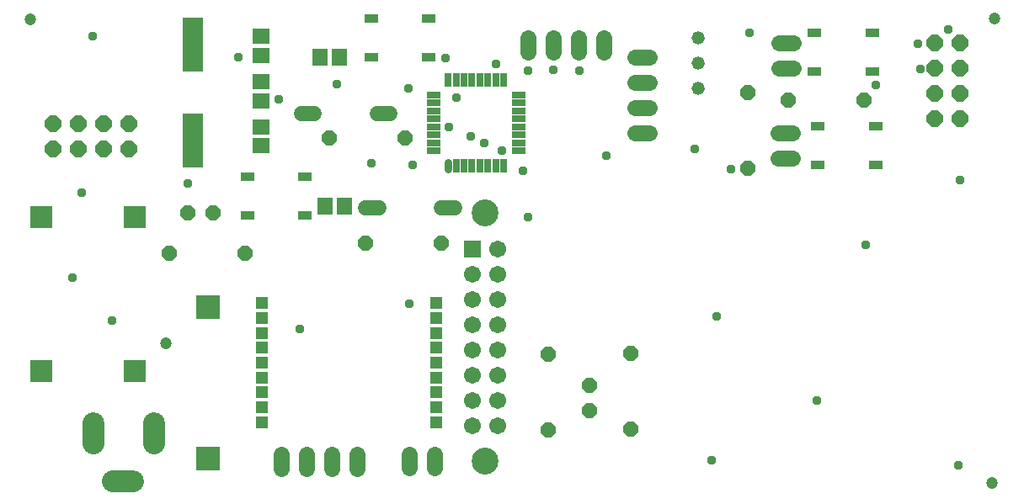
<source format=gbr>
G04 EAGLE Gerber RS-274X export*
G75*
%MOMM*%
%FSLAX34Y34*%
%LPD*%
%INSoldermask Top*%
%IPPOS*%
%AMOC8*
5,1,8,0,0,1.08239X$1,22.5*%
G01*
%ADD10C,1.203200*%
%ADD11C,0.753200*%
%ADD12R,0.753200X1.473200*%
%ADD13R,1.473200X0.753200*%
%ADD14C,1.625600*%
%ADD15P,1.759533X8X292.500000*%
%ADD16R,1.703200X1.503200*%
%ADD17P,1.649562X8X112.500000*%
%ADD18R,2.489200X2.489200*%
%ADD19C,2.203200*%
%ADD20P,1.649562X8X202.500000*%
%ADD21R,2.133600X5.537200*%
%ADD22R,1.503200X1.703200*%
%ADD23P,1.649562X8X22.500000*%
%ADD24P,1.649562X8X292.500000*%
%ADD25C,1.320800*%
%ADD26P,1.759533X8X202.500000*%
%ADD27R,2.203200X2.203200*%
%ADD28R,1.311200X1.311200*%
%ADD29R,1.473200X0.838200*%
%ADD30R,1.711200X1.711200*%
%ADD31C,1.711200*%
%ADD32C,2.703200*%
%ADD33C,1.524000*%
%ADD34C,0.959600*%


D10*
X980000Y18000D03*
X982000Y486000D03*
X13000Y485000D03*
X149000Y159000D03*
D11*
X433000Y334074D02*
X433000Y341274D01*
D12*
X441000Y337674D03*
X449000Y337674D03*
X457000Y337674D03*
X465000Y337674D03*
X473000Y337674D03*
X481000Y337674D03*
X489000Y337674D03*
D13*
X503926Y352600D03*
X503926Y360600D03*
X503926Y368600D03*
X503926Y376600D03*
X503926Y384600D03*
X503926Y392600D03*
X503926Y400600D03*
X503926Y408600D03*
D12*
X489000Y423526D03*
X481000Y423526D03*
X473000Y423526D03*
X465000Y423526D03*
X457000Y423526D03*
X449000Y423526D03*
X441000Y423526D03*
X433000Y423526D03*
D13*
X418074Y408600D03*
X418074Y400600D03*
X418074Y392600D03*
X418074Y384600D03*
X418074Y376600D03*
X418074Y368600D03*
X418074Y360600D03*
X418074Y352600D03*
D14*
X620888Y370900D02*
X635112Y370900D01*
X635112Y396300D02*
X620888Y396300D01*
X620888Y421700D02*
X635112Y421700D01*
X635112Y447100D02*
X620888Y447100D01*
D15*
X922300Y460700D03*
X947700Y460700D03*
X922300Y435300D03*
X947700Y435300D03*
X922300Y409900D03*
X947700Y409900D03*
X947700Y384500D03*
X922300Y384500D03*
D16*
X245000Y421900D03*
X245000Y402900D03*
X245000Y376400D03*
X245000Y357400D03*
X244600Y467600D03*
X244600Y448600D03*
D17*
X575000Y91400D03*
X575000Y116800D03*
D14*
X393900Y47412D02*
X393900Y33188D01*
X419300Y33188D02*
X419300Y47412D01*
X341100Y47112D02*
X341100Y32888D01*
X315700Y32888D02*
X315700Y47112D01*
X290300Y47112D02*
X290300Y32888D01*
X264900Y32888D02*
X264900Y47112D01*
D18*
X191300Y42500D03*
X191300Y194900D03*
D14*
X765988Y461100D02*
X780212Y461100D01*
X780212Y435700D02*
X765988Y435700D01*
D19*
X137300Y78200D02*
X137300Y58200D01*
X76300Y58200D02*
X76300Y78200D01*
X96300Y20200D02*
X116300Y20200D01*
D20*
X196600Y290100D03*
X171200Y290100D03*
D14*
X764688Y344700D02*
X778912Y344700D01*
X778912Y370100D02*
X764688Y370100D01*
D21*
X176700Y459460D03*
X176700Y362940D03*
D22*
X323400Y446400D03*
X304400Y446400D03*
D23*
X349500Y259700D03*
X425700Y259700D03*
D24*
X734400Y411000D03*
X734400Y334800D03*
D23*
X313400Y365400D03*
X389600Y365400D03*
D25*
X684300Y466400D03*
X684300Y441000D03*
X684300Y415600D03*
D20*
X229000Y249400D03*
X152800Y249400D03*
D23*
X775200Y403400D03*
X851400Y403400D03*
D24*
X533900Y147900D03*
X533900Y71700D03*
X616900Y148500D03*
X616900Y72300D03*
D26*
X112200Y379700D03*
X112200Y354300D03*
X86800Y379700D03*
X86800Y354300D03*
X61400Y379700D03*
X61400Y354300D03*
X36000Y354300D03*
X36000Y379700D03*
D14*
X589100Y452188D02*
X589100Y466412D01*
X563700Y466412D02*
X563700Y452188D01*
X538300Y452188D02*
X538300Y466412D01*
X512900Y466412D02*
X512900Y452188D01*
D27*
X23810Y130730D03*
X117790Y130730D03*
X117790Y285670D03*
X23810Y285670D03*
D28*
X246000Y79300D03*
X246000Y94300D03*
X246000Y109300D03*
X246000Y124300D03*
X246000Y139300D03*
X246000Y154300D03*
X246000Y184300D03*
X246000Y169300D03*
X246000Y199300D03*
X421000Y79300D03*
X421000Y94300D03*
X421000Y109300D03*
X421000Y124300D03*
X421000Y139300D03*
X421000Y154300D03*
X421000Y184300D03*
X421000Y169300D03*
X421000Y199300D03*
D29*
X859500Y432600D03*
X859500Y471600D03*
X801500Y471600D03*
X801500Y432600D03*
D30*
X457200Y254000D03*
D31*
X482600Y254000D03*
X457200Y228600D03*
X482600Y228600D03*
X457200Y203200D03*
X482600Y203200D03*
X457200Y177800D03*
X482600Y177800D03*
X457200Y152400D03*
X482600Y152400D03*
X457200Y127000D03*
X482600Y127000D03*
X457200Y101600D03*
X482600Y101600D03*
X457200Y76200D03*
X482600Y76200D03*
D32*
X469900Y290100D03*
X469900Y40100D03*
D29*
X804700Y377600D03*
X804700Y338600D03*
X862700Y338600D03*
X862700Y377600D03*
X355800Y485400D03*
X355800Y446400D03*
X413800Y446400D03*
X413800Y485400D03*
X289000Y287500D03*
X289000Y326500D03*
X231000Y326500D03*
X231000Y287500D03*
D22*
X309500Y297000D03*
X328500Y297000D03*
D33*
X426496Y295000D02*
X439704Y295000D01*
X363504Y295000D02*
X350296Y295000D01*
X298504Y390000D02*
X285296Y390000D01*
X361496Y390000D02*
X374704Y390000D01*
D34*
X171000Y320000D03*
X262750Y404000D03*
X393000Y415000D03*
X513000Y286000D03*
X508000Y332000D03*
X321000Y420000D03*
X487000Y353000D03*
X76000Y468000D03*
X65000Y310000D03*
X55000Y225000D03*
X95000Y182000D03*
X703000Y186000D03*
X356000Y340000D03*
X592000Y348000D03*
X681000Y354000D03*
X736000Y471000D03*
X853000Y258000D03*
X948000Y323000D03*
X698000Y41000D03*
X804000Y101000D03*
X946000Y36000D03*
X222000Y447000D03*
X481000Y440000D03*
X441000Y406000D03*
X469000Y360000D03*
X863000Y419000D03*
X456000Y367000D03*
X434000Y376000D03*
X430000Y446000D03*
X565000Y433000D03*
X539000Y434000D03*
X513000Y433000D03*
X394000Y199000D03*
X397000Y338000D03*
X905000Y460000D03*
X936000Y475000D03*
X908000Y435000D03*
X717000Y334000D03*
X284000Y173000D03*
M02*

</source>
